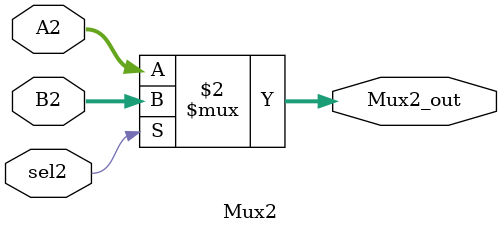
<source format=sv>
`timescale 1ns / 1ps
module Mux2(input logic sel2, input logic [31:0] A2,input logic [31:0] B2,output logic [31:0] Mux2_out);
assign Mux2_out = (sel2==1'b0) ? A2: B2;
endmodule

</source>
